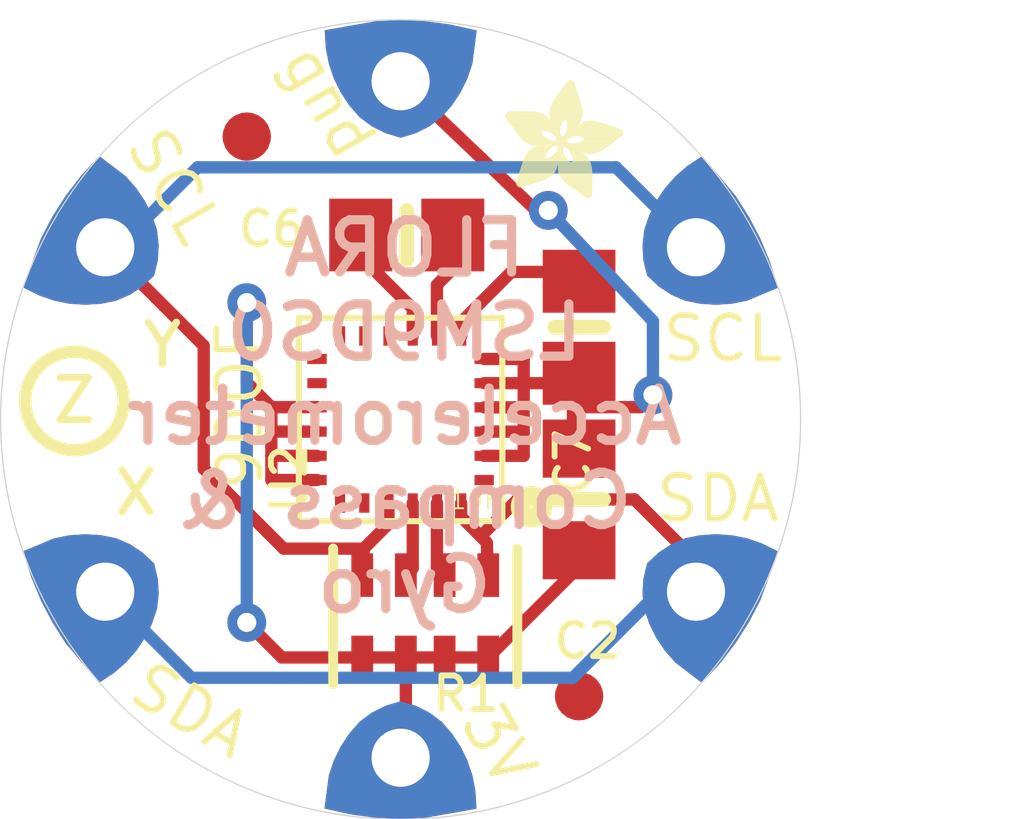
<source format=kicad_pcb>
(kicad_pcb (version 20221018) (generator pcbnew)
  (layers (0 "F.Cu" signal) (31 "B.Cu" signal) (34 "B.Paste" user) (35 "F.Paste" user) (36 "B.SilkS" user "B.Silkscreen") (37 "F.SilkS" user "F.Silkscreen") (38 "B.Mask" user) (39 "F.Mask" user) (44 "Edge.Cuts" user))
  (net 0 "")
  (net 1 "GND")
  (net 2 "3.3V")
  (net 3 "SDA")
  (net 4 "SCL")
  (net 5 "SA0_XM")
  (net 6 "SA0_G")
  (net 7 "N$1")
  (net 8 "N$2")
  (net 9 "N$6")
  (footprint "working:SEWINGTAP_0.5" (layer "F.Cu") (at 148.5011 98.0186)
    (fp_text reference "GND0" hide)
    (fp_text value "SEWTAP0.5IN" hide)
    (fp_poly (pts (xy 0.510656 -1.238743) (xy 1.017424 -1.172026) (xy 1.570433 -1.049427) (xy 1.481621 -0.363766) (xy 1.377917 -0.056151) (xy 1.23587 0.233416) (xy 1.057243 0.501965) (xy 0.843327 0.746924) (xy 0.591455 0.933744) (xy 0.312122 1.07341) (xy 0 1.16625) (xy -0.312122 1.07341) (xy -0.591455 0.933744) (xy -0.843327 0.746924) (xy -1.057243 0.501967) (xy -1.235871 0.233417) (xy -1.377917 -0.056152) (xy -1.480952 -0.361783) (xy -1.543214 -0.678249) (xy -1.566969 -1.052671) (xy -0.512044 -1.238682) (xy 0 -1.261038)) (fill solid) (layer "F.Cu"))
    (fp_poly (pts (xy 0.510656 -1.238743) (xy 1.017424 -1.172026) (xy 1.570433 -1.049427) (xy 1.481621 -0.363766) (xy 1.377917 -0.056151) (xy 1.23587 0.233416) (xy 1.057243 0.501965) (xy 0.843327 0.746924) (xy 0.591455 0.933744) (xy 0.312122 1.07341) (xy 0 1.16625) (xy -0.312122 1.07341) (xy -0.591455 0.933744) (xy -0.843327 0.746924) (xy -1.057243 0.501967) (xy -1.235871 0.233417) (xy -1.377917 -0.056152) (xy -1.480952 -0.361783) (xy -1.543214 -0.678249) (xy -1.566969 -1.052671) (xy -0.512044 -1.238682) (xy 0 -1.261038)) (fill solid) (layer "B.Cu"))
    (pad "TAP" thru_hole circle (at 0 0) (size 2.1844 2.1844) (drill 1.2) (layers "*.Cu" "*.Mask") (net 1 "GND"))
  )
  (footprint "working:SEWINGTAP_0.5" (layer "F.Cu") (at 148.5011 111.9886 180)
    (fp_text reference "VCC0" hide)
    (fp_text value "SEWTAP0.5IN" hide)
    (fp_poly (pts (xy 0.510656 -1.238743) (xy 1.017424 -1.172026) (xy 1.570433 -1.049427) (xy 1.481621 -0.363766) (xy 1.377917 -0.056151) (xy 1.23587 0.233416) (xy 1.057243 0.501965) (xy 0.843327 0.746924) (xy 0.591455 0.933744) (xy 0.312122 1.07341) (xy 0 1.16625) (xy -0.312122 1.07341) (xy -0.591455 0.933744) (xy -0.843327 0.746924) (xy -1.057243 0.501967) (xy -1.235871 0.233417) (xy -1.377917 -0.056152) (xy -1.480952 -0.361783) (xy -1.543214 -0.678249) (xy -1.566969 -1.052671) (xy -0.512044 -1.238682) (xy 0 -1.261038)) (fill solid) (layer "F.Cu"))
    (fp_poly (pts (xy 0.510656 -1.238743) (xy 1.017424 -1.172026) (xy 1.570433 -1.049427) (xy 1.481621 -0.363766) (xy 1.377917 -0.056151) (xy 1.23587 0.233416) (xy 1.057243 0.501965) (xy 0.843327 0.746924) (xy 0.591455 0.933744) (xy 0.312122 1.07341) (xy 0 1.16625) (xy -0.312122 1.07341) (xy -0.591455 0.933744) (xy -0.843327 0.746924) (xy -1.057243 0.501967) (xy -1.235871 0.233417) (xy -1.377917 -0.056152) (xy -1.480952 -0.361783) (xy -1.543214 -0.678249) (xy -1.566969 -1.052671) (xy -0.512044 -1.238682) (xy 0 -1.261038)) (fill solid) (layer "B.Cu"))
    (pad "TAP" thru_hole circle (at 0 0 180) (size 2.1844 2.1844) (drill 1.2) (layers "*.Cu" "*.Mask") (net 2 "3.3V"))
  )
  (footprint "working:RESPACK_4X0603" (layer "F.Cu") (at 149.0091 109.0676 180)
    (fp_text reference "R1" (at -1.6 -1.6) (layer "F.SilkS") (effects (font (size 0.692831 0.692831) (thickness 0.119969)) (justify right)))
    (fp_text value "10K" (at -1.6 2.4) (layer "F.SilkS") (effects (font (size 0.369824 0.369824) (thickness 0.036576)) (justify right)))
    (pad "1" smd rect (at -1.3 0.85 180) (size 0.45 0.9) (layers "F.Cu" "F.Paste" "F.Mask") (net 3 "SDA"))
    (pad "2" smd rect (at -0.4 0.85 180) (size 0.45 0.9) (layers "F.Cu" "F.Paste" "F.Mask") (net 5 "SA0_XM"))
    (pad "3" smd rect (at 0.4 0.85 180) (size 0.45 0.9) (layers "F.Cu" "F.Paste" "F.Mask") (net 6 "SA0_G"))
    (pad "4" smd rect (at 1.3 0.85 180) (size 0.45 0.9) (layers "F.Cu" "F.Paste" "F.Mask") (net 4 "SCL"))
    (pad "5" smd rect (at 1.3 -0.85 180) (size 0.45 0.9) (layers "F.Cu" "F.Paste" "F.Mask") (net 2 "3.3V"))
    (pad "6" smd rect (at 0.4 -0.85 180) (size 0.45 0.9) (layers "F.Cu" "F.Paste" "F.Mask") (net 2 "3.3V"))
    (pad "7" smd rect (at -0.4 -0.85 180) (size 0.45 0.9) (layers "F.Cu" "F.Paste" "F.Mask") (net 2 "3.3V"))
    (pad "8" smd rect (at -1.3 -0.85 180) (size 0.45 0.9) (layers "F.Cu" "F.Paste" "F.Mask") (net 2 "3.3V"))
  )
  (footprint "working:SEWINGTAP_0.5" (layer "F.Cu") (at 142.4051 108.5596 120)
    (fp_text reference "SDA2" hide)
    (fp_text value "SEWTAP0.5IN" hide)
    (fp_poly (pts (xy 0.510656 -1.238743) (xy 1.017424 -1.172026) (xy 1.570433 -1.049427) (xy 1.481621 -0.363766) (xy 1.377917 -0.056151) (xy 1.23587 0.233416) (xy 1.057243 0.501965) (xy 0.843327 0.746924) (xy 0.591455 0.933744) (xy 0.312122 1.07341) (xy 0 1.16625) (xy -0.312122 1.07341) (xy -0.591455 0.933744) (xy -0.843327 0.746924) (xy -1.057243 0.501967) (xy -1.235871 0.233417) (xy -1.377917 -0.056152) (xy -1.480952 -0.361783) (xy -1.543214 -0.678249) (xy -1.566969 -1.052671) (xy -0.512044 -1.238682) (xy 0 -1.261038)) (fill solid) (layer "F.Cu"))
    (fp_poly (pts (xy 0.510656 -1.238743) (xy 1.017424 -1.172026) (xy 1.570433 -1.049427) (xy 1.481621 -0.363766) (xy 1.377917 -0.056151) (xy 1.23587 0.233416) (xy 1.057243 0.501965) (xy 0.843327 0.746924) (xy 0.591455 0.933744) (xy 0.312122 1.07341) (xy 0 1.16625) (xy -0.312122 1.07341) (xy -0.591455 0.933744) (xy -0.843327 0.746924) (xy -1.057243 0.501967) (xy -1.235871 0.233417) (xy -1.377917 -0.056152) (xy -1.480952 -0.361783) (xy -1.543214 -0.678249) (xy -1.566969 -1.052671) (xy -0.512044 -1.238682) (xy 0 -1.261038)) (fill solid) (layer "B.Cu"))
    (pad "TAP" thru_hole circle (at 0 0 120) (size 2.1844 2.1844) (drill 1.2) (layers "*.Cu" "*.Mask") (net 3 "SDA"))
  )
  (footprint "working:FIDUCIAL_1MM" (layer "F.Cu") (at 152.1841 110.7186)
    (fp_text reference "FID2" hide)
    (fp_text value "FIDUCIAL\"\"" hide)
    (pad "1" smd roundrect (at 0 0) (size 1 1) (layers "F.Cu") (roundrect_rratio 0.5))
  )
  (footprint "working:LGA24_4X4MM" (layer "F.Cu") (at 148.5011 105.0036 90)
    (fp_text reference "U2" (at -2 -2.3 90) (layer "F.SilkS") (effects (font (size 0.692831 0.692831) (thickness 0.119969)) (justify left)))
    (fp_text value "LSM9DS0TR")
    (pad "1" smd rect (at -1.25 1.725 180) (size 0.4 0.21) (layers "F.Cu" "F.Paste" "F.Mask"))
    (pad "2" smd rect (at -0.75 1.725 180) (size 0.4 0.21) (layers "F.Cu" "F.Paste" "F.Mask") (net 1 "GND"))
    (pad "3" smd rect (at -0.25 1.725 180) (size 0.4 0.21) (layers "F.Cu" "F.Paste" "F.Mask") (net 1 "GND"))
    (pad "4" smd rect (at 0.25 1.725 180) (size 0.4 0.21) (layers "F.Cu" "F.Paste" "F.Mask") (net 1 "GND"))
    (pad "5" smd rect (at 0.75 1.725 180) (size 0.4 0.21) (layers "F.Cu" "F.Paste" "F.Mask") (net 1 "GND"))
    (pad "6" smd rect (at 1.25 1.725 180) (size 0.4 0.21) (layers "F.Cu" "F.Paste" "F.Mask") (net 1 "GND"))
    (pad "7" smd rect (at 1.725 1.25 270) (size 0.4 0.21) (layers "F.Cu" "F.Paste" "F.Mask") (net 9 "N$6"))
    (pad "8" smd rect (at 1.725 0.75 270) (size 0.4 0.21) (layers "F.Cu" "F.Paste" "F.Mask") (net 7 "N$1"))
    (pad "9" smd rect (at 1.725 0.25 270) (size 0.4 0.21) (layers "F.Cu" "F.Paste" "F.Mask") (net 8 "N$2"))
    (pad "10" smd rect (at 1.725 -0.25 270) (size 0.4 0.21) (layers "F.Cu" "F.Paste" "F.Mask"))
    (pad "11" smd rect (at 1.725 -0.75 270) (size 0.4 0.21) (layers "F.Cu" "F.Paste" "F.Mask"))
    (pad "12" smd rect (at 1.725 -1.25 270) (size 0.4 0.21) (layers "F.Cu" "F.Paste" "F.Mask"))
    (pad "13" smd rect (at 1.25 -1.725) (size 0.4 0.21) (layers "F.Cu" "F.Paste" "F.Mask"))
    (pad "14" smd rect (at 0.75 -1.725) (size 0.4 0.21) (layers "F.Cu" "F.Paste" "F.Mask"))
    (pad "15" smd rect (at 0.25 -1.725) (size 0.4 0.21) (layers "F.Cu" "F.Paste" "F.Mask") (net 2 "3.3V"))
    (pad "16" smd rect (at -0.25 -1.725) (size 0.4 0.21) (layers "F.Cu" "F.Paste" "F.Mask") (net 2 "3.3V"))
    (pad "17" smd rect (at -0.75 -1.725) (size 0.4 0.21) (layers "F.Cu" "F.Paste" "F.Mask") (net 2 "3.3V"))
    (pad "18" smd rect (at -1.25 -1.725) (size 0.4 0.21) (layers "F.Cu" "F.Paste" "F.Mask") (net 2 "3.3V"))
    (pad "19" smd rect (at -1.725 -1.25 90) (size 0.4 0.21) (layers "F.Cu" "F.Paste" "F.Mask"))
    (pad "20" smd rect (at -1.725 -0.75 90) (size 0.4 0.21) (layers "F.Cu" "F.Paste" "F.Mask"))
    (pad "21" smd rect (at -1.725 -0.25 90) (size 0.4 0.21) (layers "F.Cu" "F.Paste" "F.Mask") (net 4 "SCL"))
    (pad "22" smd rect (at -1.725 0.25 90) (size 0.4 0.21) (layers "F.Cu" "F.Paste" "F.Mask") (net 6 "SA0_G"))
    (pad "23" smd rect (at -1.725 0.75 90) (size 0.4 0.21) (layers "F.Cu" "F.Paste" "F.Mask") (net 5 "SA0_XM"))
    (pad "24" smd rect (at -1.725 1.25 90) (size 0.4 0.21) (layers "F.Cu" "F.Paste" "F.Mask") (net 3 "SDA"))
  )
  (footprint "working:0805_10MGAP" (layer "F.Cu") (at 152.1841 106.6546 90)
    (fp_text reference "C2" (at -2.921 -0.5825) (layer "F.SilkS") (effects (font (size 0.692831 0.692831) (thickness 0.119969)) (justify left)))
    (fp_text value "10µF")
    (pad "1" smd rect (at -1.05 0 90) (size 1.2 1.5) (layers "F.Cu" "F.Paste" "F.Mask") (net 2 "3.3V"))
    (pad "2" smd rect (at 1.05 0 90) (size 1.2 1.5) (layers "F.Cu" "F.Paste" "F.Mask") (net 1 "GND"))
  )
  (footprint "working:SEWINGTAP_0.5" (layer "F.Cu") (at 154.5971 108.5596 -120)
    (fp_text reference "SDA1" hide)
    (fp_text value "SEWTAP0.5IN" hide)
    (fp_poly (pts (xy 0.510656 -1.238743) (xy 1.017424 -1.172026) (xy 1.570433 -1.049427) (xy 1.481621 -0.363766) (xy 1.377917 -0.056151) (xy 1.23587 0.233416) (xy 1.057243 0.501965) (xy 0.843327 0.746924) (xy 0.591455 0.933744) (xy 0.312122 1.07341) (xy 0 1.16625) (xy -0.312122 1.07341) (xy -0.591455 0.933744) (xy -0.843327 0.746924) (xy -1.057243 0.501967) (xy -1.235871 0.233417) (xy -1.377917 -0.056152) (xy -1.480952 -0.361783) (xy -1.543214 -0.678249) (xy -1.566969 -1.052671) (xy -0.512044 -1.238682) (xy 0 -1.261038)) (fill solid) (layer "F.Cu"))
    (fp_poly (pts (xy 0.510656 -1.238743) (xy 1.017424 -1.172026) (xy 1.570433 -1.049427) (xy 1.481621 -0.363766) (xy 1.377917 -0.056151) (xy 1.23587 0.233416) (xy 1.057243 0.501965) (xy 0.843327 0.746924) (xy 0.591455 0.933744) (xy 0.312122 1.07341) (xy 0 1.16625) (xy -0.312122 1.07341) (xy -0.591455 0.933744) (xy -0.843327 0.746924) (xy -1.057243 0.501967) (xy -1.235871 0.233417) (xy -1.377917 -0.056152) (xy -1.480952 -0.361783) (xy -1.543214 -0.678249) (xy -1.566969 -1.052671) (xy -0.512044 -1.238682) (xy 0 -1.261038)) (fill solid) (layer "B.Cu"))
    (pad "TAP" thru_hole circle (at 0 0 240) (size 2.1844 2.1844) (drill 1.2) (layers "*.Cu" "*.Mask") (net 3 "SDA"))
  )
  (footprint "working:SEWINGTAP_0.5" (layer "F.Cu") (at 142.4051 101.4476 60)
    (fp_text reference "SCL2" hide)
    (fp_text value "SEWTAP0.5IN" hide)
    (fp_poly (pts (xy 0.510656 -1.238743) (xy 1.017424 -1.172026) (xy 1.570433 -1.049427) (xy 1.481621 -0.363766) (xy 1.377917 -0.056151) (xy 1.23587 0.233416) (xy 1.057243 0.501965) (xy 0.843327 0.746924) (xy 0.591455 0.933744) (xy 0.312122 1.07341) (xy 0 1.16625) (xy -0.312122 1.07341) (xy -0.591455 0.933744) (xy -0.843327 0.746924) (xy -1.057243 0.501967) (xy -1.235871 0.233417) (xy -1.377917 -0.056152) (xy -1.480952 -0.361783) (xy -1.543214 -0.678249) (xy -1.566969 -1.052671) (xy -0.512044 -1.238682) (xy 0 -1.261038)) (fill solid) (layer "F.Cu"))
    (fp_poly (pts (xy 0.510656 -1.238743) (xy 1.017424 -1.172026) (xy 1.570433 -1.049427) (xy 1.481621 -0.363766) (xy 1.377917 -0.056151) (xy 1.23587 0.233416) (xy 1.057243 0.501965) (xy 0.843327 0.746924) (xy 0.591455 0.933744) (xy 0.312122 1.07341) (xy 0 1.16625) (xy -0.312122 1.07341) (xy -0.591455 0.933744) (xy -0.843327 0.746924) (xy -1.057243 0.501967) (xy -1.235871 0.233417) (xy -1.377917 -0.056152) (xy -1.480952 -0.361783) (xy -1.543214 -0.678249) (xy -1.566969 -1.052671) (xy -0.512044 -1.238682) (xy 0 -1.261038)) (fill solid) (layer "B.Cu"))
    (pad "TAP" thru_hole circle (at 0 0 60) (size 2.1844 2.1844) (drill 1.2) (layers "*.Cu" "*.Mask") (net 4 "SCL"))
  )
  (footprint "working:SEWINGTAP_0.5" (layer "F.Cu") (at 154.5971 101.4476 -60)
    (fp_text reference "SCL1" hide)
    (fp_text value "SEWTAP0.5IN" hide)
    (fp_poly (pts (xy 0.510656 -1.238743) (xy 1.017424 -1.172026) (xy 1.570433 -1.049427) (xy 1.481621 -0.363766) (xy 1.377917 -0.056151) (xy 1.23587 0.233416) (xy 1.057243 0.501965) (xy 0.843327 0.746924) (xy 0.591455 0.933744) (xy 0.312122 1.07341) (xy 0 1.16625) (xy -0.312122 1.07341) (xy -0.591455 0.933744) (xy -0.843327 0.746924) (xy -1.057243 0.501967) (xy -1.235871 0.233417) (xy -1.377917 -0.056152) (xy -1.480952 -0.361783) (xy -1.543214 -0.678249) (xy -1.566969 -1.052671) (xy -0.512044 -1.238682) (xy 0 -1.261038)) (fill solid) (layer "F.Cu"))
    (fp_poly (pts (xy 0.510656 -1.238743) (xy 1.017424 -1.172026) (xy 1.570433 -1.049427) (xy 1.481621 -0.363766) (xy 1.377917 -0.056151) (xy 1.23587 0.233416) (xy 1.057243 0.501965) (xy 0.843327 0.746924) (xy 0.591455 0.933744) (xy 0.312122 1.07341) (xy 0 1.16625) (xy -0.312122 1.07341) (xy -0.591455 0.933744) (xy -0.843327 0.746924) (xy -1.057243 0.501967) (xy -1.235871 0.233417) (xy -1.377917 -0.056152) (xy -1.480952 -0.361783) (xy -1.543214 -0.678249) (xy -1.566969 -1.052671) (xy -0.512044 -1.238682) (xy 0 -1.261038)) (fill solid) (layer "B.Cu"))
    (pad "TAP" thru_hole circle (at 0 0 300) (size 2.1844 2.1844) (drill 1.2) (layers "*.Cu" "*.Mask") (net 4 "SCL"))
  )
  (footprint "working:0805-NO" (layer "F.Cu") (at 148.6281 101.1936 180)
    (fp_text reference "C6" (at 2.032 0.127) (layer "F.SilkS") (effects (font (size 0.692831 0.692831) (thickness 0.119969)) (justify right)))
    (fp_text value "0.22uF")
    (pad "1" smd rect (at -0.95 0 180) (size 1.3 1.5) (layers "F.Cu" "F.Paste" "F.Mask") (net 7 "N$1"))
    (pad "2" smd rect (at 0.95 0 180) (size 1.3 1.5) (layers "F.Cu" "F.Paste" "F.Mask") (net 8 "N$2"))
  )
  (footprint "working:ADAFRUIT_2.5MM" (layer "F.Cu") (at 150.6601 100.4316)
    (fp_text reference "U$4" hide)
    (fp_text value "" hide)
  )
  (footprint "working:0805-NO" (layer "F.Cu") (at 152.1841 103.0986 -90)
    (fp_text reference "C7" (at 2.032 0.127 90) (layer "F.SilkS") (effects (font (size 0.692831 0.692831) (thickness 0.119969)) (justify right)))
    (fp_text value "10uF")
    (pad "1" smd rect (at -0.95 0 270) (size 1.3 1.5) (layers "F.Cu" "F.Paste" "F.Mask") (net 9 "N$6"))
    (pad "2" smd rect (at 0.95 0 270) (size 1.3 1.5) (layers "F.Cu" "F.Paste" "F.Mask") (net 1 "GND"))
  )
  (footprint "working:FIDUCIAL_1MM" (layer "F.Cu") (at 145.3261 99.1616)
    (fp_text reference "FID1" hide)
    (fp_text value "FIDUCIAL\"\"" hide)
    (pad "1" smd roundrect (at 0 0) (size 1 1) (layers "F.Cu") (roundrect_rratio 0.5))
  )
  (gr_circle (center 141.7701 104.6226) (end 142.7861 104.6226) (stroke (width 0.254)) (fill none) (layer "F.SilkS"))
  (gr_circle (center 148.5011 105.0036) (end 156.7561 105.0036) (stroke (width 0.0254)) (fill none) (layer "Edge.Cuts"))
  (gr_text "FLORA\nLSM9DS0\nAccelerometer\nCompass &\nGyro" (at 148.5811 104.9446) (layer "B.SilkS") (effects (font (size 1.0795 1.0795) (thickness 0.1905)) (justify mirror)))
  (gr_text "Y" (at 144.0561 102.9636) (layer "F.SilkS") (effects (font (size 0.8636 0.8636) (thickness 0.1524)) (justify right top)))
  (gr_text "gnd" (at 148.1201 99.2886 300) (layer "F.SilkS") (effects (font (size 0.89408 0.89408) (thickness 0.12192)) (justify right top)))
  (gr_text "X" (at 143.5481 106.0116) (layer "F.SilkS") (effects (font (size 0.8636 0.8636) (thickness 0.1524)) (justify right top)))
  (gr_text "SCL" (at 144.9451 101.0666 300) (layer "F.SilkS") (effects (font (size 0.89408 0.89408) (thickness 0.12192)) (justify right top)))
  (gr_text "3V" (at 151.4221 112.2426 300) (layer "F.SilkS") (effects (font (size 0.89408 0.89408) (thickness 0.12192)) (justify right top)))
  (gr_text "SCL" (at 153.8351 103.8606) (layer "F.SilkS") (effects (font (size 0.89408 0.89408) (thickness 0.12192)) (justify left bottom)))
  (gr_text "SDA" (at 145.5801 111.2266 330) (layer "F.SilkS") (effects (font (size 0.89408 0.89408) (thickness 0.12192)) (justify right top)))
  (gr_text "Z" (at 142.2781 104.1066) (layer "F.SilkS") (effects (font (size 0.8636 0.8636) (thickness 0.1524)) (justify right top)))
  (gr_text "SDA" (at 153.7081 107.1626) (layer "F.SilkS") (effects (font (size 0.89408 0.89408) (thickness 0.12192)) (justify left bottom)))
  (gr_text "9DOF" (at 145.7071 106.5276 90) (layer "F.SilkS") (effects (font (size 0.89408 0.89408) (thickness 0.12192)) (justify left bottom)))
  (segment (start 150.2261 104.7536) (end 151.0411 104.7536) (width 0.254) (layer "F.Cu") (net 1))
  (segment (start 151.0411 104.2536) (end 151.8521 104.2536) (width 0.254) (layer "F.Cu") (net 1))
  (segment (start 153.4541 104.7496) (end 152.0571 104.7496) (width 0.254) (layer "F.Cu") (net 1))
  (segment (start 153.7081 104.4956) (end 153.4541 104.7496) (width 0.254) (layer "F.Cu") (net 1))
  (segment (start 151.0411 104.7536) (end 151.0411 104.2536) (width 0.254) (layer "F.Cu") (net 1))
  (segment (start 151.8521 104.2536) (end 152.1841 104.0486) (width 0.254) (layer "F.Cu") (net 1))
  (segment (start 150.2261 103.7536) (end 151.0411 103.7536) (width 0.254) (layer "F.Cu") (net 1))
  (segment (start 151.0411 103.7536) (end 151.0411 104.2536) (width 0.254) (layer "F.Cu") (net 1))
  (segment (start 148.5011 98.0186) (end 151.2951 100.6856) (width 0.254) (layer "F.Cu") (net 1))
  (segment (start 152.0571 104.7496) (end 152.0571 105.3236) (width 0.254) (layer "F.Cu") (net 1))
  (segment (start 152.1841 104.0486) (end 152.0571 104.7496) (width 0.254) (layer "F.Cu") (net 1))
  (segment (start 152.1231 104.1146) (end 152.1841 104.0486) (width 0.254) (layer "F.Cu") (net 1))
  (segment (start 151.0411 105.7536) (end 151.0411 105.2536) (width 0.254) (layer "F.Cu") (net 1))
  (segment (start 152.0571 105.3236) (end 152.1841 105.6046) (width 0.254) (layer "F.Cu") (net 1))
  (segment (start 150.2261 105.2536) (end 151.0411 105.2536) (width 0.254) (layer "F.Cu") (net 1))
  (segment (start 151.0411 105.2536) (end 151.0411 104.7536) (width 0.254) (layer "F.Cu") (net 1))
  (segment (start 150.2261 105.7536) (end 151.0411 105.7536) (width 0.254) (layer "F.Cu") (net 1))
  (segment (start 150.2261 104.2536) (end 151.0411 104.2536) (width 0.254) (layer "F.Cu") (net 1))
  (segment (start 151.2951 100.6856) (end 151.5491 100.6856) (width 0.254) (layer "F.Cu") (net 1))
  (via (at 153.7081 104.4956) (size 0.8001) (drill 0.3937) (layers "F.Cu" "B.Cu") (net 1))
  (via (at 151.5491 100.6856) (size 0.8001) (drill 0.3937) (layers "F.Cu" "B.Cu") (net 1))
  (segment (start 153.7081 102.9716) (end 153.7081 104.4956) (width 0.254) (layer "B.Cu") (net 1))
  (segment (start 151.5491 100.6856) (end 153.7081 102.9716) (width 0.254) (layer "B.Cu") (net 1))
  (segment (start 152.4381 107.7886) (end 152.1841 107.7046) (width 0.254) (layer "F.Cu") (net 2))
  (segment (start 145.3261 104.2416) (end 145.3261 102.5906) (width 0.254) (layer "F.Cu") (net 2))
  (segment (start 145.8341 105.7536) (end 145.8341 105.2536) (width 0.254) (layer "F.Cu") (net 2))
  (segment (start 146.7761 105.2536) (end 145.8341 105.2536) (width 0.254) (layer "F.Cu") (net 2))
  (segment (start 148.6091 112.1156) (end 148.6091 109.9176) (width 0.254) (layer "F.Cu") (net 2))
  (segment (start 145.8341 104.7496) (end 145.3261 104.2416) (width 0.254) (layer "F.Cu") (net 2))
  (segment (start 146.0491 109.9176) (end 147.7091 109.9176) (width 0.254) (layer "F.Cu") (net 2))
  (segment (start 148.5011 111.9886) (end 148.6091 112.1156) (width 0.254) (layer "F.Cu") (net 2))
  (segment (start 145.3261 109.1946) (end 146.0491 109.9176) (width 0.254) (layer "F.Cu") (net 2))
  (segment (start 150.3091 109.9176) (end 149.4091 109.9176) (width 0.254) (layer "F.Cu") (net 2))
  (segment (start 145.8341 105.2536) (end 145.8341 104.7496) (width 0.254) (layer "F.Cu") (net 2))
  (segment (start 149.4091 109.9176) (end 148.6091 109.9176) (width 0.254) (layer "F.Cu") (net 2))
  (segment (start 145.8341 104.7496) (end 146.7761 104.7496) (width 0.254) (layer "F.Cu") (net 2))
  (segment (start 146.7761 106.2536) (end 145.8341 106.2536) (width 0.254) (layer "F.Cu") (net 2))
  (segment (start 148.6091 109.9176) (end 147.7091 109.9176) (width 0.254) (layer "F.Cu") (net 2))
  (segment (start 146.7761 104.7496) (end 146.7761 104.7536) (width 0.254) (layer "F.Cu") (net 2))
  (segment (start 145.8341 106.2536) (end 145.8341 105.7536) (width 0.254) (layer "F.Cu") (net 2))
  (segment (start 146.7761 105.7536) (end 145.8341 105.7536) (width 0.254) (layer "F.Cu") (net 2))
  (segment (start 150.3091 109.9176) (end 152.4381 107.7886) (width 0.254) (layer "F.Cu") (net 2))
  (via (at 145.3261 102.5906) (size 0.8001) (drill 0.3937) (layers "F.Cu" "B.Cu") (net 2))
  (via (at 145.3261 109.1946) (size 0.8001) (drill 0.3937) (layers "F.Cu" "B.Cu") (net 2))
  (segment (start 145.3261 102.5906) (end 145.3261 109.1946) (width 0.254) (layer "B.Cu") (net 2))
  (segment (start 150.1521 107.4166) (end 150.2791 107.5436) (width 0.254) (layer "F.Cu") (net 3))
  (segment (start 149.7511 106.7286) (end 149.7511 107.0156) (width 0.254) (layer "F.Cu") (net 3))
  (segment (start 150.2791 107.5436) (end 150.3091 108.2176) (width 0.254) (layer "F.Cu") (net 3))
  (segment (start 150.1521 107.4166) (end 150.9141 106.6546) (width 0.254) (layer "F.Cu") (net 3))
  (segment (start 149.7511 107.0156) (end 150.1521 107.4166) (width 0.254) (layer "F.Cu") (net 3))
  (segment (start 154.5971 107.9246) (end 154.5971 108.5596) (width 0.254) (layer "F.Cu") (net 3))
  (segment (start 153.3271 106.6546) (end 154.5971 107.9246) (width 0.254) (layer "F.Cu") (net 3))
  (segment (start 154.0891 109.0676) (end 154.5971 108.5596) (width 0.254) (layer "F.Cu") (net 3))
  (segment (start 150.9141 106.6546) (end 153.3271 106.6546) (width 0.254) (layer "F.Cu") (net 3))
  (segment (start 152.0571 110.3376) (end 153.8351 108.5596) (width 0.254) (layer "B.Cu") (net 3))
  (segment (start 144.1831 110.3376) (end 152.0571 110.3376) (width 0.254) (layer "B.Cu") (net 3))
  (segment (start 142.4051 108.5596) (end 144.1831 110.3376) (width 0.254) (layer "B.Cu") (net 3))
  (segment (start 153.8351 108.5596) (end 154.5971 108.5596) (width 0.254) (layer "B.Cu") (net 3))
  (segment (start 144.4371 106.0196) (end 146.0881 107.6706) (width 0.254) (layer "F.Cu") (net 4))
  (segment (start 144.4371 103.4796) (end 142.4051 101.4476) (width 0.254) (layer "F.Cu") (net 4))
  (segment (start 147.7391 108.1876) (end 147.7091 108.2176) (width 0.254) (layer "F.Cu") (net 4))
  (segment (start 147.7391 107.6706) (end 147.7391 108.1876) (width 0.254) (layer "F.Cu") (net 4))
  (segment (start 146.0881 107.6706) (end 147.7391 107.6706) (width 0.254) (layer "F.Cu") (net 4))
  (segment (start 148.2511 106.7286) (end 148.2511 107.1586) (width 0.254) (layer "F.Cu") (net 4))
  (segment (start 148.2511 107.1586) (end 147.7391 107.6706) (width 0.254) (layer "F.Cu") (net 4))
  (segment (start 144.4371 103.4796) (end 144.4371 106.0196) (width 0.254) (layer "F.Cu") (net 4))
  (segment (start 144.3101 99.7966) (end 142.6591 101.4476) (width 0.254) (layer "B.Cu") (net 4))
  (segment (start 152.9461 99.7966) (end 144.3101 99.7966) (width 0.254) (layer "B.Cu") (net 4))
  (segment (start 154.5971 101.4476) (end 152.9461 99.7966) (width 0.254) (layer "B.Cu") (net 4))
  (segment (start 142.6591 101.4476) (end 142.4051 101.4476) (width 0.254) (layer "B.Cu") (net 4))
  (segment (start 149.2511 108.0596) (end 149.4091 108.2176) (width 0.254) (layer "F.Cu") (net 5))
  (segment (start 149.2511 106.7286) (end 149.2511 108.0596) (width 0.254) (layer "F.Cu") (net 5))
  (segment (start 148.7511 106.7286) (end 148.7511 108.0756) (width 0.254) (layer "F.Cu") (net 6))
  (segment (start 148.7511 108.0756) (end 148.6091 108.2176) (width 0.254) (layer "F.Cu") (net 6))
  (segment (start 149.5171 101.2546) (end 149.5781 101.1936) (width 0.254) (layer "F.Cu") (net 7))
  (segment (start 149.2511 103.2786) (end 149.2511 102.2216) (width 0.254) (layer "F.Cu") (net 7))
  (segment (start 149.2511 102.2216) (end 149.5171 101.9556) (width 0.254) (layer "F.Cu") (net 7))
  (segment (start 149.5171 101.9556) (end 149.5171 101.2546) (width 0.254) (layer "F.Cu") (net 7))
  (segment (start 148.7511 102.7136) (end 147.6781 101.6406) (width 0.254) (layer "F.Cu") (net 8))
  (segment (start 147.6781 101.6406) (end 147.6781 101.1936) (width 0.254) (layer "F.Cu") (net 8))
  (segment (start 148.7511 103.2786) (end 148.7511 102.7136) (width 0.254) (layer "F.Cu") (net 8))
  (segment (start 149.7511 103.2786) (end 149.7511 102.9916) (width 0.254) (layer "F.Cu") (net 9))
  (segment (start 150.7871 101.9556) (end 151.8641 101.9556) (width 0.254) (layer "F.Cu") (net 9))
  (segment (start 151.8641 101.9556) (end 152.1841 102.1486) (width 0.254) (layer "F.Cu") (net 9))
  (segment (start 149.7511 102.9916) (end 150.7871 101.9556) (width 0.254) (layer "F.Cu") (net 9))
)
</source>
